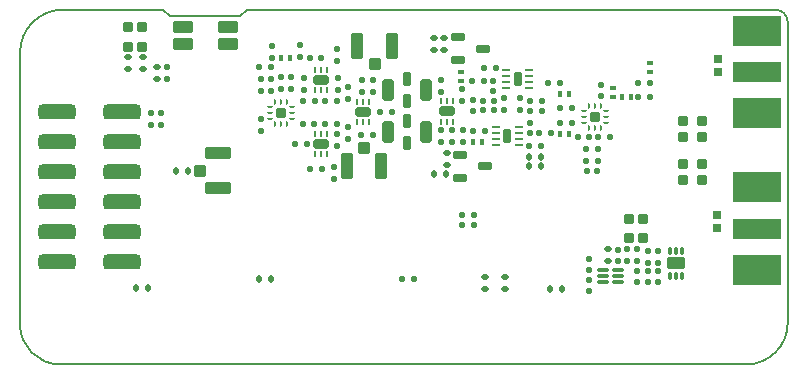
<source format=gtp>
G04*
G04 #@! TF.GenerationSoftware,Altium Limited,CircuitStudio,1.5.2 (30)*
G04*
G04 Layer_Color=7318015*
%FSLAX25Y25*%
%MOIN*%
G70*
G01*
G75*
G04:AMPARAMS|DCode=15|XSize=49.02mil|YSize=24.02mil|CornerRadius=3.6mil|HoleSize=0mil|Usage=FLASHONLY|Rotation=90.000|XOffset=0mil|YOffset=0mil|HoleType=Round|Shape=RoundedRectangle|*
%AMROUNDEDRECTD15*
21,1,0.04902,0.01681,0,0,90.0*
21,1,0.04181,0.02402,0,0,90.0*
1,1,0.00721,0.00841,0.02091*
1,1,0.00721,0.00841,-0.02091*
1,1,0.00721,-0.00841,-0.02091*
1,1,0.00721,-0.00841,0.02091*
%
%ADD15ROUNDEDRECTD15*%
G04:AMPARAMS|DCode=16|XSize=70.87mil|YSize=40.95mil|CornerRadius=6.14mil|HoleSize=0mil|Usage=FLASHONLY|Rotation=90.000|XOffset=0mil|YOffset=0mil|HoleType=Round|Shape=RoundedRectangle|*
%AMROUNDEDRECTD16*
21,1,0.07087,0.02866,0,0,90.0*
21,1,0.05858,0.04095,0,0,90.0*
1,1,0.01228,0.01433,0.02929*
1,1,0.01228,0.01433,-0.02929*
1,1,0.01228,-0.01433,-0.02929*
1,1,0.01228,-0.01433,0.02929*
%
%ADD16ROUNDEDRECTD16*%
G04:AMPARAMS|DCode=18|XSize=64.96mil|YSize=41.34mil|CornerRadius=4.13mil|HoleSize=0mil|Usage=FLASHONLY|Rotation=180.000|XOffset=0mil|YOffset=0mil|HoleType=Round|Shape=RoundedRectangle|*
%AMROUNDEDRECTD18*
21,1,0.06496,0.03307,0,0,180.0*
21,1,0.05669,0.04134,0,0,180.0*
1,1,0.00827,-0.02835,0.01654*
1,1,0.00827,0.02835,0.01654*
1,1,0.00827,0.02835,-0.01654*
1,1,0.00827,-0.02835,-0.01654*
%
%ADD18ROUNDEDRECTD18*%
G04:AMPARAMS|DCode=19|XSize=31.89mil|YSize=36.61mil|CornerRadius=4.78mil|HoleSize=0mil|Usage=FLASHONLY|Rotation=270.000|XOffset=0mil|YOffset=0mil|HoleType=Round|Shape=RoundedRectangle|*
%AMROUNDEDRECTD19*
21,1,0.03189,0.02705,0,0,270.0*
21,1,0.02232,0.03661,0,0,270.0*
1,1,0.00957,-0.01352,-0.01116*
1,1,0.00957,-0.01352,0.01116*
1,1,0.00957,0.01352,0.01116*
1,1,0.00957,0.01352,-0.01116*
%
%ADD19ROUNDEDRECTD19*%
G04:AMPARAMS|DCode=20|XSize=31.89mil|YSize=36.61mil|CornerRadius=4.78mil|HoleSize=0mil|Usage=FLASHONLY|Rotation=180.000|XOffset=0mil|YOffset=0mil|HoleType=Round|Shape=RoundedRectangle|*
%AMROUNDEDRECTD20*
21,1,0.03189,0.02705,0,0,180.0*
21,1,0.02232,0.03661,0,0,180.0*
1,1,0.00957,-0.01116,0.01352*
1,1,0.00957,0.01116,0.01352*
1,1,0.00957,0.01116,-0.01352*
1,1,0.00957,-0.01116,-0.01352*
%
%ADD20ROUNDEDRECTD20*%
G04:AMPARAMS|DCode=21|XSize=27.56mil|YSize=27.56mil|CornerRadius=2.76mil|HoleSize=0mil|Usage=FLASHONLY|Rotation=270.000|XOffset=0mil|YOffset=0mil|HoleType=Round|Shape=RoundedRectangle|*
%AMROUNDEDRECTD21*
21,1,0.02756,0.02205,0,0,270.0*
21,1,0.02205,0.02756,0,0,270.0*
1,1,0.00551,-0.01102,-0.01102*
1,1,0.00551,-0.01102,0.01102*
1,1,0.00551,0.01102,0.01102*
1,1,0.00551,0.01102,-0.01102*
%
%ADD21ROUNDEDRECTD21*%
G04:AMPARAMS|DCode=22|XSize=14.17mil|YSize=23mil|CornerRadius=0.71mil|HoleSize=0mil|Usage=FLASHONLY|Rotation=180.000|XOffset=0mil|YOffset=0mil|HoleType=Round|Shape=RoundedRectangle|*
%AMROUNDEDRECTD22*
21,1,0.01417,0.02158,0,0,180.0*
21,1,0.01276,0.02300,0,0,180.0*
1,1,0.00142,-0.00638,0.01079*
1,1,0.00142,0.00638,0.01079*
1,1,0.00142,0.00638,-0.01079*
1,1,0.00142,-0.00638,-0.01079*
%
%ADD22ROUNDEDRECTD22*%
G04:AMPARAMS|DCode=23|XSize=14.17mil|YSize=23mil|CornerRadius=0.71mil|HoleSize=0mil|Usage=FLASHONLY|Rotation=90.000|XOffset=0mil|YOffset=0mil|HoleType=Round|Shape=RoundedRectangle|*
%AMROUNDEDRECTD23*
21,1,0.01417,0.02158,0,0,90.0*
21,1,0.01276,0.02300,0,0,90.0*
1,1,0.00142,0.01079,0.00638*
1,1,0.00142,0.01079,-0.00638*
1,1,0.00142,-0.01079,-0.00638*
1,1,0.00142,-0.01079,0.00638*
%
%ADD23ROUNDEDRECTD23*%
G04:AMPARAMS|DCode=24|XSize=23.62mil|YSize=17.72mil|CornerRadius=4.43mil|HoleSize=0mil|Usage=FLASHONLY|Rotation=90.000|XOffset=0mil|YOffset=0mil|HoleType=Round|Shape=RoundedRectangle|*
%AMROUNDEDRECTD24*
21,1,0.02362,0.00886,0,0,90.0*
21,1,0.01476,0.01772,0,0,90.0*
1,1,0.00886,0.00443,0.00738*
1,1,0.00886,0.00443,-0.00738*
1,1,0.00886,-0.00443,-0.00738*
1,1,0.00886,-0.00443,0.00738*
%
%ADD24ROUNDEDRECTD24*%
G04:AMPARAMS|DCode=25|XSize=23.62mil|YSize=17.72mil|CornerRadius=4.43mil|HoleSize=0mil|Usage=FLASHONLY|Rotation=0.000|XOffset=0mil|YOffset=0mil|HoleType=Round|Shape=RoundedRectangle|*
%AMROUNDEDRECTD25*
21,1,0.02362,0.00886,0,0,0.0*
21,1,0.01476,0.01772,0,0,0.0*
1,1,0.00886,0.00738,-0.00443*
1,1,0.00886,-0.00738,-0.00443*
1,1,0.00886,-0.00738,0.00443*
1,1,0.00886,0.00738,0.00443*
%
%ADD25ROUNDEDRECTD25*%
G04:AMPARAMS|DCode=26|XSize=47.24mil|YSize=23.62mil|CornerRadius=3.54mil|HoleSize=0mil|Usage=FLASHONLY|Rotation=90.000|XOffset=0mil|YOffset=0mil|HoleType=Round|Shape=RoundedRectangle|*
%AMROUNDEDRECTD26*
21,1,0.04724,0.01654,0,0,90.0*
21,1,0.04016,0.02362,0,0,90.0*
1,1,0.00709,0.00827,0.02008*
1,1,0.00709,0.00827,-0.02008*
1,1,0.00709,-0.00827,-0.02008*
1,1,0.00709,-0.00827,0.02008*
%
%ADD26ROUNDEDRECTD26*%
G04:AMPARAMS|DCode=27|XSize=9.84mil|YSize=29.53mil|CornerRadius=1.48mil|HoleSize=0mil|Usage=FLASHONLY|Rotation=90.000|XOffset=0mil|YOffset=0mil|HoleType=Round|Shape=RoundedRectangle|*
%AMROUNDEDRECTD27*
21,1,0.00984,0.02658,0,0,90.0*
21,1,0.00689,0.02953,0,0,90.0*
1,1,0.00295,0.01329,0.00345*
1,1,0.00295,0.01329,-0.00345*
1,1,0.00295,-0.01329,-0.00345*
1,1,0.00295,-0.01329,0.00345*
%
%ADD27ROUNDEDRECTD27*%
%ADD28R,0.16496X0.10492*%
%ADD29R,0.16496X0.07008*%
G04:AMPARAMS|DCode=30|XSize=48.43mil|YSize=23.62mil|CornerRadius=2.95mil|HoleSize=0mil|Usage=FLASHONLY|Rotation=0.000|XOffset=0mil|YOffset=0mil|HoleType=Round|Shape=RoundedRectangle|*
%AMROUNDEDRECTD30*
21,1,0.04843,0.01772,0,0,0.0*
21,1,0.04252,0.02362,0,0,0.0*
1,1,0.00591,0.02126,-0.00886*
1,1,0.00591,-0.02126,-0.00886*
1,1,0.00591,-0.02126,0.00886*
1,1,0.00591,0.02126,0.00886*
%
%ADD30ROUNDEDRECTD30*%
G04:AMPARAMS|DCode=31|XSize=21.65mil|YSize=17.72mil|CornerRadius=4.43mil|HoleSize=0mil|Usage=FLASHONLY|Rotation=90.000|XOffset=0mil|YOffset=0mil|HoleType=Round|Shape=RoundedRectangle|*
%AMROUNDEDRECTD31*
21,1,0.02165,0.00886,0,0,90.0*
21,1,0.01280,0.01772,0,0,90.0*
1,1,0.00886,0.00443,0.00640*
1,1,0.00886,0.00443,-0.00640*
1,1,0.00886,-0.00443,-0.00640*
1,1,0.00886,-0.00443,0.00640*
%
%ADD31ROUNDEDRECTD31*%
G04:AMPARAMS|DCode=32|XSize=21.65mil|YSize=17.72mil|CornerRadius=4.43mil|HoleSize=0mil|Usage=FLASHONLY|Rotation=180.000|XOffset=0mil|YOffset=0mil|HoleType=Round|Shape=RoundedRectangle|*
%AMROUNDEDRECTD32*
21,1,0.02165,0.00886,0,0,180.0*
21,1,0.01280,0.01772,0,0,180.0*
1,1,0.00886,-0.00640,0.00443*
1,1,0.00886,0.00640,0.00443*
1,1,0.00886,0.00640,-0.00443*
1,1,0.00886,-0.00640,-0.00443*
%
%ADD32ROUNDEDRECTD32*%
G04:AMPARAMS|DCode=33|XSize=125.2mil|YSize=50mil|CornerRadius=12.5mil|HoleSize=0mil|Usage=FLASHONLY|Rotation=180.000|XOffset=0mil|YOffset=0mil|HoleType=Round|Shape=RoundedRectangle|*
%AMROUNDEDRECTD33*
21,1,0.12520,0.02500,0,0,180.0*
21,1,0.10020,0.05000,0,0,180.0*
1,1,0.02500,-0.05010,0.01250*
1,1,0.02500,0.05010,0.01250*
1,1,0.02500,0.05010,-0.01250*
1,1,0.02500,-0.05010,-0.01250*
%
%ADD33ROUNDEDRECTD33*%
G04:AMPARAMS|DCode=34|XSize=21.65mil|YSize=9.84mil|CornerRadius=1.48mil|HoleSize=0mil|Usage=FLASHONLY|Rotation=90.000|XOffset=0mil|YOffset=0mil|HoleType=Round|Shape=RoundedRectangle|*
%AMROUNDEDRECTD34*
21,1,0.02165,0.00689,0,0,90.0*
21,1,0.01870,0.00984,0,0,90.0*
1,1,0.00295,0.00345,0.00935*
1,1,0.00295,0.00345,-0.00935*
1,1,0.00295,-0.00345,-0.00935*
1,1,0.00295,-0.00345,0.00935*
%
%ADD34ROUNDEDRECTD34*%
G04:AMPARAMS|DCode=35|XSize=51.18mil|YSize=31.5mil|CornerRadius=4.72mil|HoleSize=0mil|Usage=FLASHONLY|Rotation=180.000|XOffset=0mil|YOffset=0mil|HoleType=Round|Shape=RoundedRectangle|*
%AMROUNDEDRECTD35*
21,1,0.05118,0.02205,0,0,180.0*
21,1,0.04173,0.03150,0,0,180.0*
1,1,0.00945,-0.02087,0.01102*
1,1,0.00945,0.02087,0.01102*
1,1,0.00945,0.02087,-0.01102*
1,1,0.00945,-0.02087,-0.01102*
%
%ADD35ROUNDEDRECTD35*%
G04:AMPARAMS|DCode=36|XSize=39.37mil|YSize=41.34mil|CornerRadius=3.94mil|HoleSize=0mil|Usage=FLASHONLY|Rotation=270.000|XOffset=0mil|YOffset=0mil|HoleType=Round|Shape=RoundedRectangle|*
%AMROUNDEDRECTD36*
21,1,0.03937,0.03347,0,0,270.0*
21,1,0.03150,0.04134,0,0,270.0*
1,1,0.00787,-0.01673,-0.01575*
1,1,0.00787,-0.01673,0.01575*
1,1,0.00787,0.01673,0.01575*
1,1,0.00787,0.01673,-0.01575*
%
%ADD36ROUNDEDRECTD36*%
G04:AMPARAMS|DCode=37|XSize=41.34mil|YSize=86.61mil|CornerRadius=4.13mil|HoleSize=0mil|Usage=FLASHONLY|Rotation=270.000|XOffset=0mil|YOffset=0mil|HoleType=Round|Shape=RoundedRectangle|*
%AMROUNDEDRECTD37*
21,1,0.04134,0.07835,0,0,270.0*
21,1,0.03307,0.08661,0,0,270.0*
1,1,0.00827,-0.03917,-0.01654*
1,1,0.00827,-0.03917,0.01654*
1,1,0.00827,0.03917,0.01654*
1,1,0.00827,0.03917,-0.01654*
%
%ADD37ROUNDEDRECTD37*%
G04:AMPARAMS|DCode=38|XSize=39.37mil|YSize=41.34mil|CornerRadius=3.94mil|HoleSize=0mil|Usage=FLASHONLY|Rotation=180.000|XOffset=0mil|YOffset=0mil|HoleType=Round|Shape=RoundedRectangle|*
%AMROUNDEDRECTD38*
21,1,0.03937,0.03347,0,0,180.0*
21,1,0.03150,0.04134,0,0,180.0*
1,1,0.00787,-0.01575,0.01673*
1,1,0.00787,0.01575,0.01673*
1,1,0.00787,0.01575,-0.01673*
1,1,0.00787,-0.01575,-0.01673*
%
%ADD38ROUNDEDRECTD38*%
G04:AMPARAMS|DCode=39|XSize=41.34mil|YSize=86.61mil|CornerRadius=4.13mil|HoleSize=0mil|Usage=FLASHONLY|Rotation=180.000|XOffset=0mil|YOffset=0mil|HoleType=Round|Shape=RoundedRectangle|*
%AMROUNDEDRECTD39*
21,1,0.04134,0.07835,0,0,180.0*
21,1,0.03307,0.08661,0,0,180.0*
1,1,0.00827,-0.01654,0.03917*
1,1,0.00827,0.01654,0.03917*
1,1,0.00827,0.01654,-0.03917*
1,1,0.00827,-0.01654,-0.03917*
%
%ADD39ROUNDEDRECTD39*%
G04:AMPARAMS|DCode=40|XSize=18.11mil|YSize=7.87mil|CornerRadius=3.15mil|HoleSize=0mil|Usage=FLASHONLY|Rotation=180.000|XOffset=0mil|YOffset=0mil|HoleType=Round|Shape=RoundedRectangle|*
%AMROUNDEDRECTD40*
21,1,0.01811,0.00158,0,0,180.0*
21,1,0.01181,0.00787,0,0,180.0*
1,1,0.00630,-0.00591,0.00079*
1,1,0.00630,0.00591,0.00079*
1,1,0.00630,0.00591,-0.00079*
1,1,0.00630,-0.00591,-0.00079*
%
%ADD40ROUNDEDRECTD40*%
G04:AMPARAMS|DCode=41|XSize=18.11mil|YSize=7.87mil|CornerRadius=3.15mil|HoleSize=0mil|Usage=FLASHONLY|Rotation=270.000|XOffset=0mil|YOffset=0mil|HoleType=Round|Shape=RoundedRectangle|*
%AMROUNDEDRECTD41*
21,1,0.01811,0.00158,0,0,270.0*
21,1,0.01181,0.00787,0,0,270.0*
1,1,0.00630,-0.00079,-0.00591*
1,1,0.00630,-0.00079,0.00591*
1,1,0.00630,0.00079,0.00591*
1,1,0.00630,0.00079,-0.00591*
%
%ADD41ROUNDEDRECTD41*%
G04:AMPARAMS|DCode=42|XSize=31.5mil|YSize=31.5mil|CornerRadius=3.15mil|HoleSize=0mil|Usage=FLASHONLY|Rotation=270.000|XOffset=0mil|YOffset=0mil|HoleType=Round|Shape=RoundedRectangle|*
%AMROUNDEDRECTD42*
21,1,0.03150,0.02520,0,0,270.0*
21,1,0.02520,0.03150,0,0,270.0*
1,1,0.00630,-0.01260,-0.01260*
1,1,0.00630,-0.01260,0.01260*
1,1,0.00630,0.01260,0.01260*
1,1,0.00630,0.01260,-0.01260*
%
%ADD42ROUNDEDRECTD42*%
G04:AMPARAMS|DCode=43|XSize=25.59mil|YSize=11.81mil|CornerRadius=2.95mil|HoleSize=0mil|Usage=FLASHONLY|Rotation=270.000|XOffset=0mil|YOffset=0mil|HoleType=Round|Shape=RoundedRectangle|*
%AMROUNDEDRECTD43*
21,1,0.02559,0.00591,0,0,270.0*
21,1,0.01969,0.01181,0,0,270.0*
1,1,0.00591,-0.00295,-0.00984*
1,1,0.00591,-0.00295,0.00984*
1,1,0.00591,0.00295,0.00984*
1,1,0.00591,0.00295,-0.00984*
%
%ADD43ROUNDEDRECTD43*%
G04:AMPARAMS|DCode=44|XSize=61.02mil|YSize=40.16mil|CornerRadius=4.02mil|HoleSize=0mil|Usage=FLASHONLY|Rotation=0.000|XOffset=0mil|YOffset=0mil|HoleType=Round|Shape=RoundedRectangle|*
%AMROUNDEDRECTD44*
21,1,0.06102,0.03213,0,0,0.0*
21,1,0.05299,0.04016,0,0,0.0*
1,1,0.00803,0.02649,-0.01606*
1,1,0.00803,-0.02649,-0.01606*
1,1,0.00803,-0.02649,0.01606*
1,1,0.00803,0.02649,0.01606*
%
%ADD44ROUNDEDRECTD44*%
G04:AMPARAMS|DCode=45|XSize=37.01mil|YSize=10.63mil|CornerRadius=1.33mil|HoleSize=0mil|Usage=FLASHONLY|Rotation=180.000|XOffset=0mil|YOffset=0mil|HoleType=Round|Shape=RoundedRectangle|*
%AMROUNDEDRECTD45*
21,1,0.03701,0.00797,0,0,180.0*
21,1,0.03435,0.01063,0,0,180.0*
1,1,0.00266,-0.01718,0.00399*
1,1,0.00266,0.01718,0.00399*
1,1,0.00266,0.01718,-0.00399*
1,1,0.00266,-0.01718,-0.00399*
%
%ADD45ROUNDEDRECTD45*%
%ADD52C,0.00500*%
G04:AMPARAMS|DCode=107|XSize=21.62mil|YSize=17.69mil|CornerRadius=3.92mil|HoleSize=0mil|Usage=FLASHONLY|Rotation=270.000|XOffset=0mil|YOffset=0mil|HoleType=Round|Shape=RoundedRectangle|*
%AMROUNDEDRECTD107*
21,1,0.02162,0.00984,0,0,270.0*
21,1,0.01378,0.01769,0,0,270.0*
1,1,0.00784,-0.00492,-0.00689*
1,1,0.00784,-0.00492,0.00689*
1,1,0.00784,0.00492,0.00689*
1,1,0.00784,0.00492,-0.00689*
%
%ADD107ROUNDEDRECTD107*%
G04:AMPARAMS|DCode=108|XSize=21.62mil|YSize=17.69mil|CornerRadius=3.92mil|HoleSize=0mil|Usage=FLASHONLY|Rotation=180.000|XOffset=0mil|YOffset=0mil|HoleType=Round|Shape=RoundedRectangle|*
%AMROUNDEDRECTD108*
21,1,0.02162,0.00984,0,0,180.0*
21,1,0.01378,0.01769,0,0,180.0*
1,1,0.00784,-0.00689,0.00492*
1,1,0.00784,0.00689,0.00492*
1,1,0.00784,0.00689,-0.00492*
1,1,0.00784,-0.00689,-0.00492*
%
%ADD108ROUNDEDRECTD108*%
D15*
X1163576Y787329D02*
D03*
Y794633D02*
D03*
Y773329D02*
D03*
Y780633D02*
D03*
D16*
X1169973Y790981D02*
D03*
X1157178D02*
D03*
X1169973Y776981D02*
D03*
X1157178D02*
D03*
D18*
X1103954Y806327D02*
D03*
Y812035D02*
D03*
X1088797Y806327D02*
D03*
Y812035D02*
D03*
D19*
X1242376Y748070D02*
D03*
Y741692D02*
D03*
X1237476Y748070D02*
D03*
Y741692D02*
D03*
X1070636Y811800D02*
D03*
Y805422D02*
D03*
X1075456Y811820D02*
D03*
Y805442D02*
D03*
D20*
X1262065Y766181D02*
D03*
X1255687D02*
D03*
X1262065Y760781D02*
D03*
X1255687D02*
D03*
X1262065Y775181D02*
D03*
X1255687D02*
D03*
X1262065Y780481D02*
D03*
X1255687D02*
D03*
D21*
X1266887Y749127D02*
D03*
Y744797D02*
D03*
X1267433Y801128D02*
D03*
Y796797D02*
D03*
D22*
X1121716Y801681D02*
D03*
X1124716D02*
D03*
X1217583Y789713D02*
D03*
X1214583D02*
D03*
X1188776Y773581D02*
D03*
X1185776D02*
D03*
X1217576Y776181D02*
D03*
X1214576D02*
D03*
X1235276Y788681D02*
D03*
X1238276D02*
D03*
D23*
X1232276Y791681D02*
D03*
Y788681D02*
D03*
X1244576Y799781D02*
D03*
Y796781D02*
D03*
X1181776D02*
D03*
Y793781D02*
D03*
D24*
X1176676Y762981D02*
D03*
X1172676D02*
D03*
X1215276Y724481D02*
D03*
X1211276D02*
D03*
X1208276Y765581D02*
D03*
X1204276D02*
D03*
X1204366Y768759D02*
D03*
X1208366D02*
D03*
X1086476Y763931D02*
D03*
X1090476D02*
D03*
X1073176Y724881D02*
D03*
X1077176D02*
D03*
X1114176Y727781D02*
D03*
X1118176D02*
D03*
D25*
X1175976Y804381D02*
D03*
Y808381D02*
D03*
X1176826Y765781D02*
D03*
Y769781D02*
D03*
X1070676Y802081D02*
D03*
Y798081D02*
D03*
X1075476Y802081D02*
D03*
Y798081D02*
D03*
X1080176Y798681D02*
D03*
Y794681D02*
D03*
X1172776Y804381D02*
D03*
Y808381D02*
D03*
X1196376Y728481D02*
D03*
Y724481D02*
D03*
X1189776Y728481D02*
D03*
Y724481D02*
D03*
X1230676Y737781D02*
D03*
Y733781D02*
D03*
D26*
X1197028Y775638D02*
D03*
X1200532Y794535D02*
D03*
D27*
X1200906Y772685D02*
D03*
Y774654D02*
D03*
Y776622D02*
D03*
Y778591D02*
D03*
X1193150Y772685D02*
D03*
Y774654D02*
D03*
Y776622D02*
D03*
Y778591D02*
D03*
X1196654Y797488D02*
D03*
Y795520D02*
D03*
Y793551D02*
D03*
Y791583D02*
D03*
X1204410Y797488D02*
D03*
Y795520D02*
D03*
Y793551D02*
D03*
Y791583D02*
D03*
D28*
X1280174Y783114D02*
D03*
Y810614D02*
D03*
Y730948D02*
D03*
Y758448D02*
D03*
D29*
Y796864D02*
D03*
Y744698D02*
D03*
D30*
X1180725Y808478D02*
D03*
X1189072Y804738D02*
D03*
X1180725Y800998D02*
D03*
X1181402Y769221D02*
D03*
X1189749Y765481D02*
D03*
X1181402Y761741D02*
D03*
D31*
X1226849Y763781D02*
D03*
X1223503D02*
D03*
X1237102Y737781D02*
D03*
X1240448D02*
D03*
X1237102Y733781D02*
D03*
X1240448D02*
D03*
D32*
X1192375Y793855D02*
D03*
Y790508D02*
D03*
X1204567Y776622D02*
D03*
Y779968D02*
D03*
D33*
X1046985Y783478D02*
D03*
Y773478D02*
D03*
Y763478D02*
D03*
Y753478D02*
D03*
Y743478D02*
D03*
Y733478D02*
D03*
X1068481Y783478D02*
D03*
Y773478D02*
D03*
Y763478D02*
D03*
Y753478D02*
D03*
Y743478D02*
D03*
Y733478D02*
D03*
D34*
X1174907Y780435D02*
D03*
X1176876D02*
D03*
X1178844D02*
D03*
Y787127D02*
D03*
X1176876D02*
D03*
X1174907D02*
D03*
X1147027Y780325D02*
D03*
X1148996D02*
D03*
X1150964D02*
D03*
Y787018D02*
D03*
X1148996D02*
D03*
X1147027D02*
D03*
X1137047Y776327D02*
D03*
X1135079D02*
D03*
X1133110D02*
D03*
Y769634D02*
D03*
X1135079D02*
D03*
X1137047D02*
D03*
X1133110Y790894D02*
D03*
X1135079D02*
D03*
X1137047D02*
D03*
Y797587D02*
D03*
X1135079D02*
D03*
X1133110D02*
D03*
D35*
X1176876Y783781D02*
D03*
X1148996Y783671D02*
D03*
X1135079Y772980D02*
D03*
Y794240D02*
D03*
D36*
X1094472Y763981D02*
D03*
D37*
X1100476Y769788D02*
D03*
Y758174D02*
D03*
D38*
X1149276Y771585D02*
D03*
X1152846Y799577D02*
D03*
D39*
X1155083Y765581D02*
D03*
X1143468D02*
D03*
X1147038Y805581D02*
D03*
X1158653D02*
D03*
D40*
X1125354Y781248D02*
D03*
Y783217D02*
D03*
Y785185D02*
D03*
X1118032D02*
D03*
Y783217D02*
D03*
Y781248D02*
D03*
X1222756Y784004D02*
D03*
Y782035D02*
D03*
Y780067D02*
D03*
X1230079D02*
D03*
Y782035D02*
D03*
Y784004D02*
D03*
D41*
X1123662Y786878D02*
D03*
X1121693D02*
D03*
X1119724D02*
D03*
Y779555D02*
D03*
X1121693D02*
D03*
X1123662D02*
D03*
X1224449Y778374D02*
D03*
X1226417D02*
D03*
X1228386D02*
D03*
Y785697D02*
D03*
X1226417D02*
D03*
X1224449D02*
D03*
D42*
X1121693Y783217D02*
D03*
X1226417Y782035D02*
D03*
D43*
X1255270Y737290D02*
D03*
X1253301D02*
D03*
X1251332D02*
D03*
Y729022D02*
D03*
X1253301D02*
D03*
X1255270D02*
D03*
D44*
X1253301Y733156D02*
D03*
D45*
X1233856Y726913D02*
D03*
Y728881D02*
D03*
Y730850D02*
D03*
X1228895D02*
D03*
Y728881D02*
D03*
Y726913D02*
D03*
D52*
X1290528Y813564D02*
G03*
X1286362Y817730I-4166J0D01*
G01*
X1048995D02*
G03*
X1034623Y803358I0J-14372D01*
G01*
X1034623Y712769D02*
G03*
X1047891Y699502I13268J0D01*
G01*
X1276749Y699502D02*
G03*
X1290528Y713281I0J13780D01*
G01*
X1107961Y815466D02*
X1110224Y817730D01*
X1048995D02*
X1082327D01*
X1084591Y815466D01*
X1290528Y767631D02*
Y813564D01*
X1110224Y817730D02*
X1286362D01*
X1290528Y713281D02*
Y718006D01*
X1034623Y796470D02*
Y803358D01*
X1084591Y815466D02*
X1107961D01*
X1290528Y718006D02*
Y767631D01*
X1034623Y712769D02*
X1034623Y796470D01*
X1047891Y699502D02*
X1276749Y699502D01*
D107*
X1185944Y745931D02*
D03*
X1182007D02*
D03*
Y749331D02*
D03*
X1185944D02*
D03*
X1152244Y775781D02*
D03*
X1148307D02*
D03*
X1135292Y764580D02*
D03*
X1131355D02*
D03*
X1118154Y798691D02*
D03*
X1114217D02*
D03*
X1135079Y801721D02*
D03*
X1131142D02*
D03*
X1188807Y784181D02*
D03*
X1192744D02*
D03*
X1189229Y798439D02*
D03*
X1193166D02*
D03*
X1240707Y793181D02*
D03*
X1244644D02*
D03*
X1218644Y784981D02*
D03*
X1214707D02*
D03*
X1214508Y793354D02*
D03*
X1210571D02*
D03*
X1214707Y780031D02*
D03*
X1218644D02*
D03*
X1204583Y783872D02*
D03*
X1208521D02*
D03*
X1189544Y777181D02*
D03*
X1185607D02*
D03*
X1208344Y772181D02*
D03*
X1204407D02*
D03*
X1185307Y793781D02*
D03*
X1189244D02*
D03*
X1208544Y787181D02*
D03*
X1204607D02*
D03*
X1188807Y787381D02*
D03*
X1192744D02*
D03*
X1207717Y776524D02*
D03*
X1211654D02*
D03*
X1128907Y787281D02*
D03*
X1132844D02*
D03*
X1126237Y772848D02*
D03*
X1130174D02*
D03*
X1223207Y767281D02*
D03*
X1227144D02*
D03*
X1224444Y775181D02*
D03*
X1220507D02*
D03*
X1227205D02*
D03*
X1231142D02*
D03*
X1240707Y788681D02*
D03*
X1244644D02*
D03*
X1140144Y779681D02*
D03*
X1136207D02*
D03*
X1140244Y787281D02*
D03*
X1136307D02*
D03*
X1128807Y779681D02*
D03*
X1132744D02*
D03*
X1165844Y727781D02*
D03*
X1161907D02*
D03*
X1223207Y771281D02*
D03*
X1227144D02*
D03*
X1158644Y783581D02*
D03*
X1154707D02*
D03*
D108*
X1178576Y773513D02*
D03*
Y777450D02*
D03*
X1148576Y794150D02*
D03*
Y790213D02*
D03*
X1185576Y783813D02*
D03*
Y787750D02*
D03*
X1118606Y805650D02*
D03*
Y801713D02*
D03*
X1127856Y805830D02*
D03*
Y801893D02*
D03*
X1140566Y790923D02*
D03*
Y794860D02*
D03*
X1195922Y788202D02*
D03*
Y784265D02*
D03*
X1201172Y788271D02*
D03*
Y784334D02*
D03*
X1228176Y792750D02*
D03*
Y788813D02*
D03*
X1182376Y773513D02*
D03*
Y777450D02*
D03*
X1182076Y787213D02*
D03*
Y791150D02*
D03*
X1143876Y788013D02*
D03*
Y791950D02*
D03*
Y778650D02*
D03*
Y774713D02*
D03*
X1139296Y761343D02*
D03*
Y765280D02*
D03*
X1129376Y791113D02*
D03*
Y795050D02*
D03*
X1140276Y804650D02*
D03*
Y800713D02*
D03*
X1083476Y794613D02*
D03*
Y798550D02*
D03*
X1224276Y723813D02*
D03*
Y727750D02*
D03*
X1233876Y737750D02*
D03*
Y733813D02*
D03*
X1240401Y730724D02*
D03*
Y726787D02*
D03*
X1224276Y734750D02*
D03*
Y730813D02*
D03*
X1140376Y776150D02*
D03*
Y772213D02*
D03*
X1114976Y794550D02*
D03*
Y790613D02*
D03*
X1124876Y791413D02*
D03*
Y795350D02*
D03*
X1121676Y791413D02*
D03*
Y795350D02*
D03*
X1115000Y781248D02*
D03*
Y777311D02*
D03*
X1078176Y783250D02*
D03*
Y779313D02*
D03*
X1247201Y726787D02*
D03*
Y730724D02*
D03*
X1243801Y733387D02*
D03*
Y737324D02*
D03*
Y726787D02*
D03*
Y730724D02*
D03*
X1247201Y737324D02*
D03*
Y733387D02*
D03*
X1118376Y794550D02*
D03*
Y790613D02*
D03*
X1081576Y783250D02*
D03*
Y779313D02*
D03*
X1174876Y773513D02*
D03*
Y777450D02*
D03*
Y794150D02*
D03*
Y790213D02*
D03*
X1152176Y794150D02*
D03*
Y790213D02*
D03*
M02*

</source>
